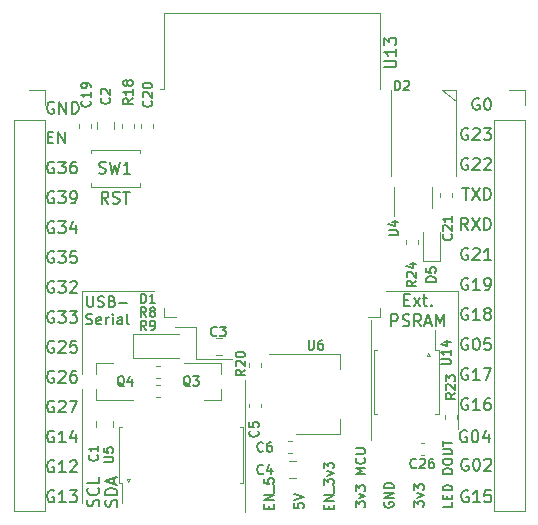
<source format=gbr>
G04 #@! TF.GenerationSoftware,KiCad,Pcbnew,(5.1.8)-1*
G04 #@! TF.CreationDate,2021-08-04T08:43:16+02:00*
G04 #@! TF.ProjectId,SuperPower-uC-KiCad,53757065-7250-46f7-9765-722d75432d4b,rev?*
G04 #@! TF.SameCoordinates,Original*
G04 #@! TF.FileFunction,Legend,Top*
G04 #@! TF.FilePolarity,Positive*
%FSLAX46Y46*%
G04 Gerber Fmt 4.6, Leading zero omitted, Abs format (unit mm)*
G04 Created by KiCad (PCBNEW (5.1.8)-1) date 2021-08-04 08:43:16*
%MOMM*%
%LPD*%
G01*
G04 APERTURE LIST*
%ADD10C,0.150000*%
%ADD11C,0.120000*%
%ADD12C,0.200000*%
G04 APERTURE END LIST*
D10*
X148380457Y-115703190D02*
X148380457Y-115436523D01*
X148799504Y-115322238D02*
X148799504Y-115703190D01*
X147999504Y-115703190D01*
X147999504Y-115322238D01*
X148799504Y-114979380D02*
X147999504Y-114979380D01*
X148799504Y-114522238D01*
X147999504Y-114522238D01*
X148875695Y-114331761D02*
X148875695Y-113722238D01*
X147999504Y-113150809D02*
X147999504Y-113531761D01*
X148380457Y-113569857D01*
X148342361Y-113531761D01*
X148304266Y-113455571D01*
X148304266Y-113265095D01*
X148342361Y-113188904D01*
X148380457Y-113150809D01*
X148456647Y-113112714D01*
X148647123Y-113112714D01*
X148723314Y-113150809D01*
X148761409Y-113188904D01*
X148799504Y-113265095D01*
X148799504Y-113455571D01*
X148761409Y-113531761D01*
X148723314Y-113569857D01*
X153460457Y-115753904D02*
X153460457Y-115487238D01*
X153879504Y-115372952D02*
X153879504Y-115753904D01*
X153079504Y-115753904D01*
X153079504Y-115372952D01*
X153879504Y-115030095D02*
X153079504Y-115030095D01*
X153879504Y-114572952D01*
X153079504Y-114572952D01*
X153955695Y-114382476D02*
X153955695Y-113772952D01*
X153079504Y-113658666D02*
X153079504Y-113163428D01*
X153384266Y-113430095D01*
X153384266Y-113315809D01*
X153422361Y-113239619D01*
X153460457Y-113201523D01*
X153536647Y-113163428D01*
X153727123Y-113163428D01*
X153803314Y-113201523D01*
X153841409Y-113239619D01*
X153879504Y-113315809D01*
X153879504Y-113544380D01*
X153841409Y-113620571D01*
X153803314Y-113658666D01*
X153346171Y-112896761D02*
X153879504Y-112706285D01*
X153346171Y-112515809D01*
X153079504Y-112287238D02*
X153079504Y-111792000D01*
X153384266Y-112058666D01*
X153384266Y-111944380D01*
X153422361Y-111868190D01*
X153460457Y-111830095D01*
X153536647Y-111792000D01*
X153727123Y-111792000D01*
X153803314Y-111830095D01*
X153841409Y-111868190D01*
X153879504Y-111944380D01*
X153879504Y-112172952D01*
X153841409Y-112249142D01*
X153803314Y-112287238D01*
X150539504Y-115214380D02*
X150539504Y-115595333D01*
X150920457Y-115633428D01*
X150882361Y-115595333D01*
X150844266Y-115519142D01*
X150844266Y-115328666D01*
X150882361Y-115252476D01*
X150920457Y-115214380D01*
X150996647Y-115176285D01*
X151187123Y-115176285D01*
X151263314Y-115214380D01*
X151301409Y-115252476D01*
X151339504Y-115328666D01*
X151339504Y-115519142D01*
X151301409Y-115595333D01*
X151263314Y-115633428D01*
X150539504Y-114947714D02*
X151339504Y-114681047D01*
X150539504Y-114414380D01*
D11*
X142214600Y-100330000D02*
X142214600Y-102997000D01*
X140436600Y-100330000D02*
X142214600Y-100330000D01*
X132562600Y-97282000D02*
X138658600Y-97282000D01*
X132562600Y-104267000D02*
X132562600Y-97282000D01*
X132562600Y-115189000D02*
X132562600Y-105537000D01*
D10*
X133028742Y-97690142D02*
X133028742Y-98418714D01*
X133071600Y-98504428D01*
X133114457Y-98547285D01*
X133200171Y-98590142D01*
X133371600Y-98590142D01*
X133457314Y-98547285D01*
X133500171Y-98504428D01*
X133543028Y-98418714D01*
X133543028Y-97690142D01*
X133928742Y-98547285D02*
X134057314Y-98590142D01*
X134271600Y-98590142D01*
X134357314Y-98547285D01*
X134400171Y-98504428D01*
X134443028Y-98418714D01*
X134443028Y-98333000D01*
X134400171Y-98247285D01*
X134357314Y-98204428D01*
X134271600Y-98161571D01*
X134100171Y-98118714D01*
X134014457Y-98075857D01*
X133971600Y-98033000D01*
X133928742Y-97947285D01*
X133928742Y-97861571D01*
X133971600Y-97775857D01*
X134014457Y-97733000D01*
X134100171Y-97690142D01*
X134314457Y-97690142D01*
X134443028Y-97733000D01*
X135128742Y-98118714D02*
X135257314Y-98161571D01*
X135300171Y-98204428D01*
X135343028Y-98290142D01*
X135343028Y-98418714D01*
X135300171Y-98504428D01*
X135257314Y-98547285D01*
X135171600Y-98590142D01*
X134828742Y-98590142D01*
X134828742Y-97690142D01*
X135128742Y-97690142D01*
X135214457Y-97733000D01*
X135257314Y-97775857D01*
X135300171Y-97861571D01*
X135300171Y-97947285D01*
X135257314Y-98033000D01*
X135214457Y-98075857D01*
X135128742Y-98118714D01*
X134828742Y-98118714D01*
X135728742Y-98247285D02*
X136414457Y-98247285D01*
X132943028Y-100047285D02*
X133071600Y-100090142D01*
X133285885Y-100090142D01*
X133371600Y-100047285D01*
X133414457Y-100004428D01*
X133457314Y-99918714D01*
X133457314Y-99833000D01*
X133414457Y-99747285D01*
X133371600Y-99704428D01*
X133285885Y-99661571D01*
X133114457Y-99618714D01*
X133028742Y-99575857D01*
X132985885Y-99533000D01*
X132943028Y-99447285D01*
X132943028Y-99361571D01*
X132985885Y-99275857D01*
X133028742Y-99233000D01*
X133114457Y-99190142D01*
X133328742Y-99190142D01*
X133457314Y-99233000D01*
X134185885Y-100047285D02*
X134100171Y-100090142D01*
X133928742Y-100090142D01*
X133843028Y-100047285D01*
X133800171Y-99961571D01*
X133800171Y-99618714D01*
X133843028Y-99533000D01*
X133928742Y-99490142D01*
X134100171Y-99490142D01*
X134185885Y-99533000D01*
X134228742Y-99618714D01*
X134228742Y-99704428D01*
X133800171Y-99790142D01*
X134614457Y-100090142D02*
X134614457Y-99490142D01*
X134614457Y-99661571D02*
X134657314Y-99575857D01*
X134700171Y-99533000D01*
X134785885Y-99490142D01*
X134871600Y-99490142D01*
X135171600Y-100090142D02*
X135171600Y-99490142D01*
X135171600Y-99190142D02*
X135128742Y-99233000D01*
X135171600Y-99275857D01*
X135214457Y-99233000D01*
X135171600Y-99190142D01*
X135171600Y-99275857D01*
X135985885Y-100090142D02*
X135985885Y-99618714D01*
X135943028Y-99533000D01*
X135857314Y-99490142D01*
X135685885Y-99490142D01*
X135600171Y-99533000D01*
X135985885Y-100047285D02*
X135900171Y-100090142D01*
X135685885Y-100090142D01*
X135600171Y-100047285D01*
X135557314Y-99961571D01*
X135557314Y-99875857D01*
X135600171Y-99790142D01*
X135685885Y-99747285D01*
X135900171Y-99747285D01*
X135985885Y-99704428D01*
X136543028Y-100090142D02*
X136457314Y-100047285D01*
X136414457Y-99961571D01*
X136414457Y-99190142D01*
X134808980Y-89860380D02*
X134475647Y-89384190D01*
X134237552Y-89860380D02*
X134237552Y-88860380D01*
X134618504Y-88860380D01*
X134713742Y-88908000D01*
X134761361Y-88955619D01*
X134808980Y-89050857D01*
X134808980Y-89193714D01*
X134761361Y-89288952D01*
X134713742Y-89336571D01*
X134618504Y-89384190D01*
X134237552Y-89384190D01*
X135189933Y-89812761D02*
X135332790Y-89860380D01*
X135570885Y-89860380D01*
X135666123Y-89812761D01*
X135713742Y-89765142D01*
X135761361Y-89669904D01*
X135761361Y-89574666D01*
X135713742Y-89479428D01*
X135666123Y-89431809D01*
X135570885Y-89384190D01*
X135380409Y-89336571D01*
X135285171Y-89288952D01*
X135237552Y-89241333D01*
X135189933Y-89146095D01*
X135189933Y-89050857D01*
X135237552Y-88955619D01*
X135285171Y-88908000D01*
X135380409Y-88860380D01*
X135618504Y-88860380D01*
X135761361Y-88908000D01*
X136047076Y-88860380D02*
X136618504Y-88860380D01*
X136332790Y-89860380D02*
X136332790Y-88860380D01*
X155746504Y-115563333D02*
X155746504Y-115068095D01*
X156051266Y-115334761D01*
X156051266Y-115220476D01*
X156089361Y-115144285D01*
X156127457Y-115106190D01*
X156203647Y-115068095D01*
X156394123Y-115068095D01*
X156470314Y-115106190D01*
X156508409Y-115144285D01*
X156546504Y-115220476D01*
X156546504Y-115449047D01*
X156508409Y-115525238D01*
X156470314Y-115563333D01*
X156013171Y-114801428D02*
X156546504Y-114610952D01*
X156013171Y-114420476D01*
X155746504Y-114191904D02*
X155746504Y-113696666D01*
X156051266Y-113963333D01*
X156051266Y-113849047D01*
X156089361Y-113772857D01*
X156127457Y-113734761D01*
X156203647Y-113696666D01*
X156394123Y-113696666D01*
X156470314Y-113734761D01*
X156508409Y-113772857D01*
X156546504Y-113849047D01*
X156546504Y-114077619D01*
X156508409Y-114153809D01*
X156470314Y-114191904D01*
X156546504Y-112744285D02*
X155746504Y-112744285D01*
X156317933Y-112477619D01*
X155746504Y-112210952D01*
X156546504Y-112210952D01*
X156470314Y-111372857D02*
X156508409Y-111410952D01*
X156546504Y-111525238D01*
X156546504Y-111601428D01*
X156508409Y-111715714D01*
X156432219Y-111791904D01*
X156356028Y-111830000D01*
X156203647Y-111868095D01*
X156089361Y-111868095D01*
X155936980Y-111830000D01*
X155860790Y-111791904D01*
X155784600Y-111715714D01*
X155746504Y-111601428D01*
X155746504Y-111525238D01*
X155784600Y-111410952D01*
X155822695Y-111372857D01*
X155746504Y-111030000D02*
X156394123Y-111030000D01*
X156470314Y-110991904D01*
X156508409Y-110953809D01*
X156546504Y-110877619D01*
X156546504Y-110725238D01*
X156508409Y-110649047D01*
X156470314Y-110610952D01*
X156394123Y-110572857D01*
X155746504Y-110572857D01*
X158197600Y-115163523D02*
X158159504Y-115239714D01*
X158159504Y-115354000D01*
X158197600Y-115468285D01*
X158273790Y-115544476D01*
X158349980Y-115582571D01*
X158502361Y-115620666D01*
X158616647Y-115620666D01*
X158769028Y-115582571D01*
X158845219Y-115544476D01*
X158921409Y-115468285D01*
X158959504Y-115354000D01*
X158959504Y-115277809D01*
X158921409Y-115163523D01*
X158883314Y-115125428D01*
X158616647Y-115125428D01*
X158616647Y-115277809D01*
X158959504Y-114782571D02*
X158159504Y-114782571D01*
X158959504Y-114325428D01*
X158159504Y-114325428D01*
X158959504Y-113944476D02*
X158159504Y-113944476D01*
X158159504Y-113754000D01*
X158197600Y-113639714D01*
X158273790Y-113563523D01*
X158349980Y-113525428D01*
X158502361Y-113487333D01*
X158616647Y-113487333D01*
X158769028Y-113525428D01*
X158845219Y-113563523D01*
X158921409Y-113639714D01*
X158959504Y-113754000D01*
X158959504Y-113944476D01*
X160699504Y-115506380D02*
X160699504Y-115011142D01*
X161004266Y-115277809D01*
X161004266Y-115163523D01*
X161042361Y-115087333D01*
X161080457Y-115049238D01*
X161156647Y-115011142D01*
X161347123Y-115011142D01*
X161423314Y-115049238D01*
X161461409Y-115087333D01*
X161499504Y-115163523D01*
X161499504Y-115392095D01*
X161461409Y-115468285D01*
X161423314Y-115506380D01*
X160966171Y-114744476D02*
X161499504Y-114554000D01*
X160966171Y-114363523D01*
X160699504Y-114134952D02*
X160699504Y-113639714D01*
X161004266Y-113906380D01*
X161004266Y-113792095D01*
X161042361Y-113715904D01*
X161080457Y-113677809D01*
X161156647Y-113639714D01*
X161347123Y-113639714D01*
X161423314Y-113677809D01*
X161461409Y-113715904D01*
X161499504Y-113792095D01*
X161499504Y-114020666D01*
X161461409Y-114096857D01*
X161423314Y-114134952D01*
X163912504Y-115137904D02*
X163912504Y-115518857D01*
X163112504Y-115518857D01*
X163493457Y-114871238D02*
X163493457Y-114604571D01*
X163912504Y-114490285D02*
X163912504Y-114871238D01*
X163112504Y-114871238D01*
X163112504Y-114490285D01*
X163912504Y-114147428D02*
X163112504Y-114147428D01*
X163112504Y-113956952D01*
X163150600Y-113842666D01*
X163226790Y-113766476D01*
X163302980Y-113728380D01*
X163455361Y-113690285D01*
X163569647Y-113690285D01*
X163722028Y-113728380D01*
X163798219Y-113766476D01*
X163874409Y-113842666D01*
X163912504Y-113956952D01*
X163912504Y-114147428D01*
X163912504Y-112737904D02*
X163112504Y-112737904D01*
X163112504Y-112547428D01*
X163150600Y-112433142D01*
X163226790Y-112356952D01*
X163302980Y-112318857D01*
X163455361Y-112280761D01*
X163569647Y-112280761D01*
X163722028Y-112318857D01*
X163798219Y-112356952D01*
X163874409Y-112433142D01*
X163912504Y-112547428D01*
X163912504Y-112737904D01*
X163112504Y-111785523D02*
X163112504Y-111633142D01*
X163150600Y-111556952D01*
X163226790Y-111480761D01*
X163379171Y-111442666D01*
X163645838Y-111442666D01*
X163798219Y-111480761D01*
X163874409Y-111556952D01*
X163912504Y-111633142D01*
X163912504Y-111785523D01*
X163874409Y-111861714D01*
X163798219Y-111937904D01*
X163645838Y-111976000D01*
X163379171Y-111976000D01*
X163226790Y-111937904D01*
X163150600Y-111861714D01*
X163112504Y-111785523D01*
X163112504Y-111099809D02*
X163760123Y-111099809D01*
X163836314Y-111061714D01*
X163874409Y-111023619D01*
X163912504Y-110947428D01*
X163912504Y-110795047D01*
X163874409Y-110718857D01*
X163836314Y-110680761D01*
X163760123Y-110642666D01*
X163112504Y-110642666D01*
X163112504Y-110376000D02*
X163112504Y-109918857D01*
X163912504Y-110147428D02*
X163112504Y-110147428D01*
D11*
X163067600Y-80207000D02*
X164210600Y-81153000D01*
D12*
X159867742Y-98011571D02*
X160201076Y-98011571D01*
X160343933Y-98535380D02*
X159867742Y-98535380D01*
X159867742Y-97535380D01*
X160343933Y-97535380D01*
X160677266Y-98535380D02*
X161201076Y-97868714D01*
X160677266Y-97868714D02*
X161201076Y-98535380D01*
X161439171Y-97868714D02*
X161820123Y-97868714D01*
X161582028Y-97535380D02*
X161582028Y-98392523D01*
X161629647Y-98487761D01*
X161724885Y-98535380D01*
X161820123Y-98535380D01*
X162153457Y-98440142D02*
X162201076Y-98487761D01*
X162153457Y-98535380D01*
X162105838Y-98487761D01*
X162153457Y-98440142D01*
X162153457Y-98535380D01*
X158772504Y-100235380D02*
X158772504Y-99235380D01*
X159153457Y-99235380D01*
X159248695Y-99283000D01*
X159296314Y-99330619D01*
X159343933Y-99425857D01*
X159343933Y-99568714D01*
X159296314Y-99663952D01*
X159248695Y-99711571D01*
X159153457Y-99759190D01*
X158772504Y-99759190D01*
X159724885Y-100187761D02*
X159867742Y-100235380D01*
X160105838Y-100235380D01*
X160201076Y-100187761D01*
X160248695Y-100140142D01*
X160296314Y-100044904D01*
X160296314Y-99949666D01*
X160248695Y-99854428D01*
X160201076Y-99806809D01*
X160105838Y-99759190D01*
X159915361Y-99711571D01*
X159820123Y-99663952D01*
X159772504Y-99616333D01*
X159724885Y-99521095D01*
X159724885Y-99425857D01*
X159772504Y-99330619D01*
X159820123Y-99283000D01*
X159915361Y-99235380D01*
X160153457Y-99235380D01*
X160296314Y-99283000D01*
X161296314Y-100235380D02*
X160962980Y-99759190D01*
X160724885Y-100235380D02*
X160724885Y-99235380D01*
X161105838Y-99235380D01*
X161201076Y-99283000D01*
X161248695Y-99330619D01*
X161296314Y-99425857D01*
X161296314Y-99568714D01*
X161248695Y-99663952D01*
X161201076Y-99711571D01*
X161105838Y-99759190D01*
X160724885Y-99759190D01*
X161677266Y-99949666D02*
X162153457Y-99949666D01*
X161582028Y-100235380D02*
X161915361Y-99235380D01*
X162248695Y-100235380D01*
X162582028Y-100235380D02*
X162582028Y-99235380D01*
X162915361Y-99949666D01*
X163248695Y-99235380D01*
X163248695Y-100235380D01*
D11*
X164439600Y-97282000D02*
X164439600Y-108966000D01*
X158343600Y-97282000D02*
X164439600Y-97282000D01*
X157073600Y-109855000D02*
X157073600Y-99695000D01*
X145262600Y-102997000D02*
X142214600Y-102997000D01*
X146405600Y-104775000D02*
X146405600Y-115951000D01*
X136372600Y-113157000D02*
X136499600Y-113411000D01*
X136626600Y-113157000D02*
X136372600Y-113157000D01*
X136499600Y-113411000D02*
X136626600Y-113157000D01*
X162026600Y-102743000D02*
X161899600Y-102489000D01*
X161772600Y-102743000D02*
X162026600Y-102743000D01*
X161899600Y-102489000D02*
X161772600Y-102743000D01*
D10*
X135507361Y-115514285D02*
X135554980Y-115371428D01*
X135554980Y-115133333D01*
X135507361Y-115038095D01*
X135459742Y-114990476D01*
X135364504Y-114942857D01*
X135269266Y-114942857D01*
X135174028Y-114990476D01*
X135126409Y-115038095D01*
X135078790Y-115133333D01*
X135031171Y-115323809D01*
X134983552Y-115419047D01*
X134935933Y-115466666D01*
X134840695Y-115514285D01*
X134745457Y-115514285D01*
X134650219Y-115466666D01*
X134602600Y-115419047D01*
X134554980Y-115323809D01*
X134554980Y-115085714D01*
X134602600Y-114942857D01*
X135554980Y-114514285D02*
X134554980Y-114514285D01*
X134554980Y-114276190D01*
X134602600Y-114133333D01*
X134697838Y-114038095D01*
X134793076Y-113990476D01*
X134983552Y-113942857D01*
X135126409Y-113942857D01*
X135316885Y-113990476D01*
X135412123Y-114038095D01*
X135507361Y-114133333D01*
X135554980Y-114276190D01*
X135554980Y-114514285D01*
X135269266Y-113561904D02*
X135269266Y-113085714D01*
X135554980Y-113657142D02*
X134554980Y-113323809D01*
X135554980Y-112990476D01*
X133983361Y-115490476D02*
X134030980Y-115347619D01*
X134030980Y-115109523D01*
X133983361Y-115014285D01*
X133935742Y-114966666D01*
X133840504Y-114919047D01*
X133745266Y-114919047D01*
X133650028Y-114966666D01*
X133602409Y-115014285D01*
X133554790Y-115109523D01*
X133507171Y-115300000D01*
X133459552Y-115395238D01*
X133411933Y-115442857D01*
X133316695Y-115490476D01*
X133221457Y-115490476D01*
X133126219Y-115442857D01*
X133078600Y-115395238D01*
X133030980Y-115300000D01*
X133030980Y-115061904D01*
X133078600Y-114919047D01*
X133935742Y-113919047D02*
X133983361Y-113966666D01*
X134030980Y-114109523D01*
X134030980Y-114204761D01*
X133983361Y-114347619D01*
X133888123Y-114442857D01*
X133792885Y-114490476D01*
X133602409Y-114538095D01*
X133459552Y-114538095D01*
X133269076Y-114490476D01*
X133173838Y-114442857D01*
X133078600Y-114347619D01*
X133030980Y-114204761D01*
X133030980Y-114109523D01*
X133078600Y-113966666D01*
X133126219Y-113919047D01*
X134030980Y-113014285D02*
X134030980Y-113490476D01*
X133030980Y-113490476D01*
X165273123Y-114181000D02*
X165177885Y-114133380D01*
X165035028Y-114133380D01*
X164892171Y-114181000D01*
X164796933Y-114276238D01*
X164749314Y-114371476D01*
X164701695Y-114561952D01*
X164701695Y-114704809D01*
X164749314Y-114895285D01*
X164796933Y-114990523D01*
X164892171Y-115085761D01*
X165035028Y-115133380D01*
X165130266Y-115133380D01*
X165273123Y-115085761D01*
X165320742Y-115038142D01*
X165320742Y-114704809D01*
X165130266Y-114704809D01*
X166273123Y-115133380D02*
X165701695Y-115133380D01*
X165987409Y-115133380D02*
X165987409Y-114133380D01*
X165892171Y-114276238D01*
X165796933Y-114371476D01*
X165701695Y-114419095D01*
X167177885Y-114133380D02*
X166701695Y-114133380D01*
X166654076Y-114609571D01*
X166701695Y-114561952D01*
X166796933Y-114514333D01*
X167035028Y-114514333D01*
X167130266Y-114561952D01*
X167177885Y-114609571D01*
X167225504Y-114704809D01*
X167225504Y-114942904D01*
X167177885Y-115038142D01*
X167130266Y-115085761D01*
X167035028Y-115133380D01*
X166796933Y-115133380D01*
X166701695Y-115085761D01*
X166654076Y-115038142D01*
X165273123Y-111514000D02*
X165177885Y-111466380D01*
X165035028Y-111466380D01*
X164892171Y-111514000D01*
X164796933Y-111609238D01*
X164749314Y-111704476D01*
X164701695Y-111894952D01*
X164701695Y-112037809D01*
X164749314Y-112228285D01*
X164796933Y-112323523D01*
X164892171Y-112418761D01*
X165035028Y-112466380D01*
X165130266Y-112466380D01*
X165273123Y-112418761D01*
X165320742Y-112371142D01*
X165320742Y-112037809D01*
X165130266Y-112037809D01*
X165939790Y-111466380D02*
X166035028Y-111466380D01*
X166130266Y-111514000D01*
X166177885Y-111561619D01*
X166225504Y-111656857D01*
X166273123Y-111847333D01*
X166273123Y-112085428D01*
X166225504Y-112275904D01*
X166177885Y-112371142D01*
X166130266Y-112418761D01*
X166035028Y-112466380D01*
X165939790Y-112466380D01*
X165844552Y-112418761D01*
X165796933Y-112371142D01*
X165749314Y-112275904D01*
X165701695Y-112085428D01*
X165701695Y-111847333D01*
X165749314Y-111656857D01*
X165796933Y-111561619D01*
X165844552Y-111514000D01*
X165939790Y-111466380D01*
X166654076Y-111561619D02*
X166701695Y-111514000D01*
X166796933Y-111466380D01*
X167035028Y-111466380D01*
X167130266Y-111514000D01*
X167177885Y-111561619D01*
X167225504Y-111656857D01*
X167225504Y-111752095D01*
X167177885Y-111894952D01*
X166606457Y-112466380D01*
X167225504Y-112466380D01*
X165146123Y-109101000D02*
X165050885Y-109053380D01*
X164908028Y-109053380D01*
X164765171Y-109101000D01*
X164669933Y-109196238D01*
X164622314Y-109291476D01*
X164574695Y-109481952D01*
X164574695Y-109624809D01*
X164622314Y-109815285D01*
X164669933Y-109910523D01*
X164765171Y-110005761D01*
X164908028Y-110053380D01*
X165003266Y-110053380D01*
X165146123Y-110005761D01*
X165193742Y-109958142D01*
X165193742Y-109624809D01*
X165003266Y-109624809D01*
X165812790Y-109053380D02*
X165908028Y-109053380D01*
X166003266Y-109101000D01*
X166050885Y-109148619D01*
X166098504Y-109243857D01*
X166146123Y-109434333D01*
X166146123Y-109672428D01*
X166098504Y-109862904D01*
X166050885Y-109958142D01*
X166003266Y-110005761D01*
X165908028Y-110053380D01*
X165812790Y-110053380D01*
X165717552Y-110005761D01*
X165669933Y-109958142D01*
X165622314Y-109862904D01*
X165574695Y-109672428D01*
X165574695Y-109434333D01*
X165622314Y-109243857D01*
X165669933Y-109148619D01*
X165717552Y-109101000D01*
X165812790Y-109053380D01*
X167003266Y-109386714D02*
X167003266Y-110053380D01*
X166765171Y-109005761D02*
X166527076Y-109720047D01*
X167146123Y-109720047D01*
X165254133Y-106383200D02*
X165158895Y-106335580D01*
X165016038Y-106335580D01*
X164873181Y-106383200D01*
X164777943Y-106478438D01*
X164730324Y-106573676D01*
X164682705Y-106764152D01*
X164682705Y-106907009D01*
X164730324Y-107097485D01*
X164777943Y-107192723D01*
X164873181Y-107287961D01*
X165016038Y-107335580D01*
X165111276Y-107335580D01*
X165254133Y-107287961D01*
X165301752Y-107240342D01*
X165301752Y-106907009D01*
X165111276Y-106907009D01*
X166254133Y-107335580D02*
X165682705Y-107335580D01*
X165968419Y-107335580D02*
X165968419Y-106335580D01*
X165873181Y-106478438D01*
X165777943Y-106573676D01*
X165682705Y-106621295D01*
X167111276Y-106335580D02*
X166920800Y-106335580D01*
X166825562Y-106383200D01*
X166777943Y-106430819D01*
X166682705Y-106573676D01*
X166635086Y-106764152D01*
X166635086Y-107145104D01*
X166682705Y-107240342D01*
X166730324Y-107287961D01*
X166825562Y-107335580D01*
X167016038Y-107335580D01*
X167111276Y-107287961D01*
X167158895Y-107240342D01*
X167206514Y-107145104D01*
X167206514Y-106907009D01*
X167158895Y-106811771D01*
X167111276Y-106764152D01*
X167016038Y-106716533D01*
X166825562Y-106716533D01*
X166730324Y-106764152D01*
X166682705Y-106811771D01*
X166635086Y-106907009D01*
X165254133Y-103843200D02*
X165158895Y-103795580D01*
X165016038Y-103795580D01*
X164873181Y-103843200D01*
X164777943Y-103938438D01*
X164730324Y-104033676D01*
X164682705Y-104224152D01*
X164682705Y-104367009D01*
X164730324Y-104557485D01*
X164777943Y-104652723D01*
X164873181Y-104747961D01*
X165016038Y-104795580D01*
X165111276Y-104795580D01*
X165254133Y-104747961D01*
X165301752Y-104700342D01*
X165301752Y-104367009D01*
X165111276Y-104367009D01*
X166254133Y-104795580D02*
X165682705Y-104795580D01*
X165968419Y-104795580D02*
X165968419Y-103795580D01*
X165873181Y-103938438D01*
X165777943Y-104033676D01*
X165682705Y-104081295D01*
X166587467Y-103795580D02*
X167254133Y-103795580D01*
X166825562Y-104795580D01*
X165254133Y-101303200D02*
X165158895Y-101255580D01*
X165016038Y-101255580D01*
X164873181Y-101303200D01*
X164777943Y-101398438D01*
X164730324Y-101493676D01*
X164682705Y-101684152D01*
X164682705Y-101827009D01*
X164730324Y-102017485D01*
X164777943Y-102112723D01*
X164873181Y-102207961D01*
X165016038Y-102255580D01*
X165111276Y-102255580D01*
X165254133Y-102207961D01*
X165301752Y-102160342D01*
X165301752Y-101827009D01*
X165111276Y-101827009D01*
X165920800Y-101255580D02*
X166016038Y-101255580D01*
X166111276Y-101303200D01*
X166158895Y-101350819D01*
X166206514Y-101446057D01*
X166254133Y-101636533D01*
X166254133Y-101874628D01*
X166206514Y-102065104D01*
X166158895Y-102160342D01*
X166111276Y-102207961D01*
X166016038Y-102255580D01*
X165920800Y-102255580D01*
X165825562Y-102207961D01*
X165777943Y-102160342D01*
X165730324Y-102065104D01*
X165682705Y-101874628D01*
X165682705Y-101636533D01*
X165730324Y-101446057D01*
X165777943Y-101350819D01*
X165825562Y-101303200D01*
X165920800Y-101255580D01*
X167158895Y-101255580D02*
X166682705Y-101255580D01*
X166635086Y-101731771D01*
X166682705Y-101684152D01*
X166777943Y-101636533D01*
X167016038Y-101636533D01*
X167111276Y-101684152D01*
X167158895Y-101731771D01*
X167206514Y-101827009D01*
X167206514Y-102065104D01*
X167158895Y-102160342D01*
X167111276Y-102207961D01*
X167016038Y-102255580D01*
X166777943Y-102255580D01*
X166682705Y-102207961D01*
X166635086Y-102160342D01*
X165254133Y-98763200D02*
X165158895Y-98715580D01*
X165016038Y-98715580D01*
X164873181Y-98763200D01*
X164777943Y-98858438D01*
X164730324Y-98953676D01*
X164682705Y-99144152D01*
X164682705Y-99287009D01*
X164730324Y-99477485D01*
X164777943Y-99572723D01*
X164873181Y-99667961D01*
X165016038Y-99715580D01*
X165111276Y-99715580D01*
X165254133Y-99667961D01*
X165301752Y-99620342D01*
X165301752Y-99287009D01*
X165111276Y-99287009D01*
X166254133Y-99715580D02*
X165682705Y-99715580D01*
X165968419Y-99715580D02*
X165968419Y-98715580D01*
X165873181Y-98858438D01*
X165777943Y-98953676D01*
X165682705Y-99001295D01*
X166825562Y-99144152D02*
X166730324Y-99096533D01*
X166682705Y-99048914D01*
X166635086Y-98953676D01*
X166635086Y-98906057D01*
X166682705Y-98810819D01*
X166730324Y-98763200D01*
X166825562Y-98715580D01*
X167016038Y-98715580D01*
X167111276Y-98763200D01*
X167158895Y-98810819D01*
X167206514Y-98906057D01*
X167206514Y-98953676D01*
X167158895Y-99048914D01*
X167111276Y-99096533D01*
X167016038Y-99144152D01*
X166825562Y-99144152D01*
X166730324Y-99191771D01*
X166682705Y-99239390D01*
X166635086Y-99334628D01*
X166635086Y-99525104D01*
X166682705Y-99620342D01*
X166730324Y-99667961D01*
X166825562Y-99715580D01*
X167016038Y-99715580D01*
X167111276Y-99667961D01*
X167158895Y-99620342D01*
X167206514Y-99525104D01*
X167206514Y-99334628D01*
X167158895Y-99239390D01*
X167111276Y-99191771D01*
X167016038Y-99144152D01*
X165254133Y-96223200D02*
X165158895Y-96175580D01*
X165016038Y-96175580D01*
X164873181Y-96223200D01*
X164777943Y-96318438D01*
X164730324Y-96413676D01*
X164682705Y-96604152D01*
X164682705Y-96747009D01*
X164730324Y-96937485D01*
X164777943Y-97032723D01*
X164873181Y-97127961D01*
X165016038Y-97175580D01*
X165111276Y-97175580D01*
X165254133Y-97127961D01*
X165301752Y-97080342D01*
X165301752Y-96747009D01*
X165111276Y-96747009D01*
X166254133Y-97175580D02*
X165682705Y-97175580D01*
X165968419Y-97175580D02*
X165968419Y-96175580D01*
X165873181Y-96318438D01*
X165777943Y-96413676D01*
X165682705Y-96461295D01*
X166730324Y-97175580D02*
X166920800Y-97175580D01*
X167016038Y-97127961D01*
X167063657Y-97080342D01*
X167158895Y-96937485D01*
X167206514Y-96747009D01*
X167206514Y-96366057D01*
X167158895Y-96270819D01*
X167111276Y-96223200D01*
X167016038Y-96175580D01*
X166825562Y-96175580D01*
X166730324Y-96223200D01*
X166682705Y-96270819D01*
X166635086Y-96366057D01*
X166635086Y-96604152D01*
X166682705Y-96699390D01*
X166730324Y-96747009D01*
X166825562Y-96794628D01*
X167016038Y-96794628D01*
X167111276Y-96747009D01*
X167158895Y-96699390D01*
X167206514Y-96604152D01*
X165254133Y-93683200D02*
X165158895Y-93635580D01*
X165016038Y-93635580D01*
X164873181Y-93683200D01*
X164777943Y-93778438D01*
X164730324Y-93873676D01*
X164682705Y-94064152D01*
X164682705Y-94207009D01*
X164730324Y-94397485D01*
X164777943Y-94492723D01*
X164873181Y-94587961D01*
X165016038Y-94635580D01*
X165111276Y-94635580D01*
X165254133Y-94587961D01*
X165301752Y-94540342D01*
X165301752Y-94207009D01*
X165111276Y-94207009D01*
X165682705Y-93730819D02*
X165730324Y-93683200D01*
X165825562Y-93635580D01*
X166063657Y-93635580D01*
X166158895Y-93683200D01*
X166206514Y-93730819D01*
X166254133Y-93826057D01*
X166254133Y-93921295D01*
X166206514Y-94064152D01*
X165635086Y-94635580D01*
X166254133Y-94635580D01*
X167206514Y-94635580D02*
X166635086Y-94635580D01*
X166920800Y-94635580D02*
X166920800Y-93635580D01*
X166825562Y-93778438D01*
X166730324Y-93873676D01*
X166635086Y-93921295D01*
X165254133Y-92095580D02*
X164920800Y-91619390D01*
X164682704Y-92095580D02*
X164682704Y-91095580D01*
X165063657Y-91095580D01*
X165158895Y-91143200D01*
X165206514Y-91190819D01*
X165254133Y-91286057D01*
X165254133Y-91428914D01*
X165206514Y-91524152D01*
X165158895Y-91571771D01*
X165063657Y-91619390D01*
X164682704Y-91619390D01*
X165587466Y-91095580D02*
X166254133Y-92095580D01*
X166254133Y-91095580D02*
X165587466Y-92095580D01*
X166635085Y-92095580D02*
X166635085Y-91095580D01*
X166873180Y-91095580D01*
X167016038Y-91143200D01*
X167111276Y-91238438D01*
X167158895Y-91333676D01*
X167206514Y-91524152D01*
X167206514Y-91667009D01*
X167158895Y-91857485D01*
X167111276Y-91952723D01*
X167016038Y-92047961D01*
X166873180Y-92095580D01*
X166635085Y-92095580D01*
X165254133Y-86063200D02*
X165158895Y-86015580D01*
X165016038Y-86015580D01*
X164873181Y-86063200D01*
X164777943Y-86158438D01*
X164730324Y-86253676D01*
X164682705Y-86444152D01*
X164682705Y-86587009D01*
X164730324Y-86777485D01*
X164777943Y-86872723D01*
X164873181Y-86967961D01*
X165016038Y-87015580D01*
X165111276Y-87015580D01*
X165254133Y-86967961D01*
X165301752Y-86920342D01*
X165301752Y-86587009D01*
X165111276Y-86587009D01*
X165682705Y-86110819D02*
X165730324Y-86063200D01*
X165825562Y-86015580D01*
X166063657Y-86015580D01*
X166158895Y-86063200D01*
X166206514Y-86110819D01*
X166254133Y-86206057D01*
X166254133Y-86301295D01*
X166206514Y-86444152D01*
X165635086Y-87015580D01*
X166254133Y-87015580D01*
X166635086Y-86110819D02*
X166682705Y-86063200D01*
X166777943Y-86015580D01*
X167016038Y-86015580D01*
X167111276Y-86063200D01*
X167158895Y-86110819D01*
X167206514Y-86206057D01*
X167206514Y-86301295D01*
X167158895Y-86444152D01*
X166587467Y-87015580D01*
X167206514Y-87015580D01*
X164777943Y-88555580D02*
X165349371Y-88555580D01*
X165063657Y-89555580D02*
X165063657Y-88555580D01*
X165587467Y-88555580D02*
X166254133Y-89555580D01*
X166254133Y-88555580D02*
X165587467Y-89555580D01*
X166635086Y-89555580D02*
X166635086Y-88555580D01*
X166873181Y-88555580D01*
X167016038Y-88603200D01*
X167111276Y-88698438D01*
X167158895Y-88793676D01*
X167206514Y-88984152D01*
X167206514Y-89127009D01*
X167158895Y-89317485D01*
X167111276Y-89412723D01*
X167016038Y-89507961D01*
X166873181Y-89555580D01*
X166635086Y-89555580D01*
X165254133Y-83523200D02*
X165158895Y-83475580D01*
X165016038Y-83475580D01*
X164873181Y-83523200D01*
X164777943Y-83618438D01*
X164730324Y-83713676D01*
X164682705Y-83904152D01*
X164682705Y-84047009D01*
X164730324Y-84237485D01*
X164777943Y-84332723D01*
X164873181Y-84427961D01*
X165016038Y-84475580D01*
X165111276Y-84475580D01*
X165254133Y-84427961D01*
X165301752Y-84380342D01*
X165301752Y-84047009D01*
X165111276Y-84047009D01*
X165682705Y-83570819D02*
X165730324Y-83523200D01*
X165825562Y-83475580D01*
X166063657Y-83475580D01*
X166158895Y-83523200D01*
X166206514Y-83570819D01*
X166254133Y-83666057D01*
X166254133Y-83761295D01*
X166206514Y-83904152D01*
X165635086Y-84475580D01*
X166254133Y-84475580D01*
X166587467Y-83475580D02*
X167206514Y-83475580D01*
X166873181Y-83856533D01*
X167016038Y-83856533D01*
X167111276Y-83904152D01*
X167158895Y-83951771D01*
X167206514Y-84047009D01*
X167206514Y-84285104D01*
X167158895Y-84380342D01*
X167111276Y-84427961D01*
X167016038Y-84475580D01*
X166730324Y-84475580D01*
X166635086Y-84427961D01*
X166587467Y-84380342D01*
X166206514Y-80983200D02*
X166111276Y-80935580D01*
X165968419Y-80935580D01*
X165825561Y-80983200D01*
X165730323Y-81078438D01*
X165682704Y-81173676D01*
X165635085Y-81364152D01*
X165635085Y-81507009D01*
X165682704Y-81697485D01*
X165730323Y-81792723D01*
X165825561Y-81887961D01*
X165968419Y-81935580D01*
X166063657Y-81935580D01*
X166206514Y-81887961D01*
X166254133Y-81840342D01*
X166254133Y-81507009D01*
X166063657Y-81507009D01*
X166873180Y-80935580D02*
X166968419Y-80935580D01*
X167063657Y-80983200D01*
X167111276Y-81030819D01*
X167158895Y-81126057D01*
X167206514Y-81316533D01*
X167206514Y-81554628D01*
X167158895Y-81745104D01*
X167111276Y-81840342D01*
X167063657Y-81887961D01*
X166968419Y-81935580D01*
X166873180Y-81935580D01*
X166777942Y-81887961D01*
X166730323Y-81840342D01*
X166682704Y-81745104D01*
X166635085Y-81554628D01*
X166635085Y-81316533D01*
X166682704Y-81126057D01*
X166730323Y-81030819D01*
X166777942Y-80983200D01*
X166873180Y-80935580D01*
X130195723Y-114181000D02*
X130100485Y-114133380D01*
X129957628Y-114133380D01*
X129814771Y-114181000D01*
X129719533Y-114276238D01*
X129671914Y-114371476D01*
X129624295Y-114561952D01*
X129624295Y-114704809D01*
X129671914Y-114895285D01*
X129719533Y-114990523D01*
X129814771Y-115085761D01*
X129957628Y-115133380D01*
X130052866Y-115133380D01*
X130195723Y-115085761D01*
X130243342Y-115038142D01*
X130243342Y-114704809D01*
X130052866Y-114704809D01*
X131195723Y-115133380D02*
X130624295Y-115133380D01*
X130910009Y-115133380D02*
X130910009Y-114133380D01*
X130814771Y-114276238D01*
X130719533Y-114371476D01*
X130624295Y-114419095D01*
X131529057Y-114133380D02*
X132148104Y-114133380D01*
X131814771Y-114514333D01*
X131957628Y-114514333D01*
X132052866Y-114561952D01*
X132100485Y-114609571D01*
X132148104Y-114704809D01*
X132148104Y-114942904D01*
X132100485Y-115038142D01*
X132052866Y-115085761D01*
X131957628Y-115133380D01*
X131671914Y-115133380D01*
X131576676Y-115085761D01*
X131529057Y-115038142D01*
X130195723Y-111650760D02*
X130100485Y-111603140D01*
X129957628Y-111603140D01*
X129814771Y-111650760D01*
X129719533Y-111745998D01*
X129671914Y-111841236D01*
X129624295Y-112031712D01*
X129624295Y-112174569D01*
X129671914Y-112365045D01*
X129719533Y-112460283D01*
X129814771Y-112555521D01*
X129957628Y-112603140D01*
X130052866Y-112603140D01*
X130195723Y-112555521D01*
X130243342Y-112507902D01*
X130243342Y-112174569D01*
X130052866Y-112174569D01*
X131195723Y-112603140D02*
X130624295Y-112603140D01*
X130910009Y-112603140D02*
X130910009Y-111603140D01*
X130814771Y-111745998D01*
X130719533Y-111841236D01*
X130624295Y-111888855D01*
X131576676Y-111698379D02*
X131624295Y-111650760D01*
X131719533Y-111603140D01*
X131957628Y-111603140D01*
X132052866Y-111650760D01*
X132100485Y-111698379D01*
X132148104Y-111793617D01*
X132148104Y-111888855D01*
X132100485Y-112031712D01*
X131529057Y-112603140D01*
X132148104Y-112603140D01*
X130195723Y-109120530D02*
X130100485Y-109072910D01*
X129957628Y-109072910D01*
X129814771Y-109120530D01*
X129719533Y-109215768D01*
X129671914Y-109311006D01*
X129624295Y-109501482D01*
X129624295Y-109644339D01*
X129671914Y-109834815D01*
X129719533Y-109930053D01*
X129814771Y-110025291D01*
X129957628Y-110072910D01*
X130052866Y-110072910D01*
X130195723Y-110025291D01*
X130243342Y-109977672D01*
X130243342Y-109644339D01*
X130052866Y-109644339D01*
X131195723Y-110072910D02*
X130624295Y-110072910D01*
X130910009Y-110072910D02*
X130910009Y-109072910D01*
X130814771Y-109215768D01*
X130719533Y-109311006D01*
X130624295Y-109358625D01*
X132052866Y-109406244D02*
X132052866Y-110072910D01*
X131814771Y-109025291D02*
X131576676Y-109739577D01*
X132195723Y-109739577D01*
X130195723Y-106590300D02*
X130100485Y-106542680D01*
X129957628Y-106542680D01*
X129814771Y-106590300D01*
X129719533Y-106685538D01*
X129671914Y-106780776D01*
X129624295Y-106971252D01*
X129624295Y-107114109D01*
X129671914Y-107304585D01*
X129719533Y-107399823D01*
X129814771Y-107495061D01*
X129957628Y-107542680D01*
X130052866Y-107542680D01*
X130195723Y-107495061D01*
X130243342Y-107447442D01*
X130243342Y-107114109D01*
X130052866Y-107114109D01*
X130624295Y-106637919D02*
X130671914Y-106590300D01*
X130767152Y-106542680D01*
X131005247Y-106542680D01*
X131100485Y-106590300D01*
X131148104Y-106637919D01*
X131195723Y-106733157D01*
X131195723Y-106828395D01*
X131148104Y-106971252D01*
X130576676Y-107542680D01*
X131195723Y-107542680D01*
X131529057Y-106542680D02*
X132195723Y-106542680D01*
X131767152Y-107542680D01*
X130195723Y-104060070D02*
X130100485Y-104012450D01*
X129957628Y-104012450D01*
X129814771Y-104060070D01*
X129719533Y-104155308D01*
X129671914Y-104250546D01*
X129624295Y-104441022D01*
X129624295Y-104583879D01*
X129671914Y-104774355D01*
X129719533Y-104869593D01*
X129814771Y-104964831D01*
X129957628Y-105012450D01*
X130052866Y-105012450D01*
X130195723Y-104964831D01*
X130243342Y-104917212D01*
X130243342Y-104583879D01*
X130052866Y-104583879D01*
X130624295Y-104107689D02*
X130671914Y-104060070D01*
X130767152Y-104012450D01*
X131005247Y-104012450D01*
X131100485Y-104060070D01*
X131148104Y-104107689D01*
X131195723Y-104202927D01*
X131195723Y-104298165D01*
X131148104Y-104441022D01*
X130576676Y-105012450D01*
X131195723Y-105012450D01*
X132052866Y-104012450D02*
X131862390Y-104012450D01*
X131767152Y-104060070D01*
X131719533Y-104107689D01*
X131624295Y-104250546D01*
X131576676Y-104441022D01*
X131576676Y-104821974D01*
X131624295Y-104917212D01*
X131671914Y-104964831D01*
X131767152Y-105012450D01*
X131957628Y-105012450D01*
X132052866Y-104964831D01*
X132100485Y-104917212D01*
X132148104Y-104821974D01*
X132148104Y-104583879D01*
X132100485Y-104488641D01*
X132052866Y-104441022D01*
X131957628Y-104393403D01*
X131767152Y-104393403D01*
X131671914Y-104441022D01*
X131624295Y-104488641D01*
X131576676Y-104583879D01*
X130195723Y-101529840D02*
X130100485Y-101482220D01*
X129957628Y-101482220D01*
X129814771Y-101529840D01*
X129719533Y-101625078D01*
X129671914Y-101720316D01*
X129624295Y-101910792D01*
X129624295Y-102053649D01*
X129671914Y-102244125D01*
X129719533Y-102339363D01*
X129814771Y-102434601D01*
X129957628Y-102482220D01*
X130052866Y-102482220D01*
X130195723Y-102434601D01*
X130243342Y-102386982D01*
X130243342Y-102053649D01*
X130052866Y-102053649D01*
X130624295Y-101577459D02*
X130671914Y-101529840D01*
X130767152Y-101482220D01*
X131005247Y-101482220D01*
X131100485Y-101529840D01*
X131148104Y-101577459D01*
X131195723Y-101672697D01*
X131195723Y-101767935D01*
X131148104Y-101910792D01*
X130576676Y-102482220D01*
X131195723Y-102482220D01*
X132100485Y-101482220D02*
X131624295Y-101482220D01*
X131576676Y-101958411D01*
X131624295Y-101910792D01*
X131719533Y-101863173D01*
X131957628Y-101863173D01*
X132052866Y-101910792D01*
X132100485Y-101958411D01*
X132148104Y-102053649D01*
X132148104Y-102291744D01*
X132100485Y-102386982D01*
X132052866Y-102434601D01*
X131957628Y-102482220D01*
X131719533Y-102482220D01*
X131624295Y-102434601D01*
X131576676Y-102386982D01*
X130195723Y-98999610D02*
X130100485Y-98951990D01*
X129957628Y-98951990D01*
X129814771Y-98999610D01*
X129719533Y-99094848D01*
X129671914Y-99190086D01*
X129624295Y-99380562D01*
X129624295Y-99523419D01*
X129671914Y-99713895D01*
X129719533Y-99809133D01*
X129814771Y-99904371D01*
X129957628Y-99951990D01*
X130052866Y-99951990D01*
X130195723Y-99904371D01*
X130243342Y-99856752D01*
X130243342Y-99523419D01*
X130052866Y-99523419D01*
X130576676Y-98951990D02*
X131195723Y-98951990D01*
X130862390Y-99332943D01*
X131005247Y-99332943D01*
X131100485Y-99380562D01*
X131148104Y-99428181D01*
X131195723Y-99523419D01*
X131195723Y-99761514D01*
X131148104Y-99856752D01*
X131100485Y-99904371D01*
X131005247Y-99951990D01*
X130719533Y-99951990D01*
X130624295Y-99904371D01*
X130576676Y-99856752D01*
X131529057Y-98951990D02*
X132148104Y-98951990D01*
X131814771Y-99332943D01*
X131957628Y-99332943D01*
X132052866Y-99380562D01*
X132100485Y-99428181D01*
X132148104Y-99523419D01*
X132148104Y-99761514D01*
X132100485Y-99856752D01*
X132052866Y-99904371D01*
X131957628Y-99951990D01*
X131671914Y-99951990D01*
X131576676Y-99904371D01*
X131529057Y-99856752D01*
X130195723Y-96469380D02*
X130100485Y-96421760D01*
X129957628Y-96421760D01*
X129814771Y-96469380D01*
X129719533Y-96564618D01*
X129671914Y-96659856D01*
X129624295Y-96850332D01*
X129624295Y-96993189D01*
X129671914Y-97183665D01*
X129719533Y-97278903D01*
X129814771Y-97374141D01*
X129957628Y-97421760D01*
X130052866Y-97421760D01*
X130195723Y-97374141D01*
X130243342Y-97326522D01*
X130243342Y-96993189D01*
X130052866Y-96993189D01*
X130576676Y-96421760D02*
X131195723Y-96421760D01*
X130862390Y-96802713D01*
X131005247Y-96802713D01*
X131100485Y-96850332D01*
X131148104Y-96897951D01*
X131195723Y-96993189D01*
X131195723Y-97231284D01*
X131148104Y-97326522D01*
X131100485Y-97374141D01*
X131005247Y-97421760D01*
X130719533Y-97421760D01*
X130624295Y-97374141D01*
X130576676Y-97326522D01*
X131576676Y-96516999D02*
X131624295Y-96469380D01*
X131719533Y-96421760D01*
X131957628Y-96421760D01*
X132052866Y-96469380D01*
X132100485Y-96516999D01*
X132148104Y-96612237D01*
X132148104Y-96707475D01*
X132100485Y-96850332D01*
X131529057Y-97421760D01*
X132148104Y-97421760D01*
X130195723Y-93939150D02*
X130100485Y-93891530D01*
X129957628Y-93891530D01*
X129814771Y-93939150D01*
X129719533Y-94034388D01*
X129671914Y-94129626D01*
X129624295Y-94320102D01*
X129624295Y-94462959D01*
X129671914Y-94653435D01*
X129719533Y-94748673D01*
X129814771Y-94843911D01*
X129957628Y-94891530D01*
X130052866Y-94891530D01*
X130195723Y-94843911D01*
X130243342Y-94796292D01*
X130243342Y-94462959D01*
X130052866Y-94462959D01*
X130576676Y-93891530D02*
X131195723Y-93891530D01*
X130862390Y-94272483D01*
X131005247Y-94272483D01*
X131100485Y-94320102D01*
X131148104Y-94367721D01*
X131195723Y-94462959D01*
X131195723Y-94701054D01*
X131148104Y-94796292D01*
X131100485Y-94843911D01*
X131005247Y-94891530D01*
X130719533Y-94891530D01*
X130624295Y-94843911D01*
X130576676Y-94796292D01*
X132100485Y-93891530D02*
X131624295Y-93891530D01*
X131576676Y-94367721D01*
X131624295Y-94320102D01*
X131719533Y-94272483D01*
X131957628Y-94272483D01*
X132052866Y-94320102D01*
X132100485Y-94367721D01*
X132148104Y-94462959D01*
X132148104Y-94701054D01*
X132100485Y-94796292D01*
X132052866Y-94843911D01*
X131957628Y-94891530D01*
X131719533Y-94891530D01*
X131624295Y-94843911D01*
X131576676Y-94796292D01*
X130195723Y-91408920D02*
X130100485Y-91361300D01*
X129957628Y-91361300D01*
X129814771Y-91408920D01*
X129719533Y-91504158D01*
X129671914Y-91599396D01*
X129624295Y-91789872D01*
X129624295Y-91932729D01*
X129671914Y-92123205D01*
X129719533Y-92218443D01*
X129814771Y-92313681D01*
X129957628Y-92361300D01*
X130052866Y-92361300D01*
X130195723Y-92313681D01*
X130243342Y-92266062D01*
X130243342Y-91932729D01*
X130052866Y-91932729D01*
X130576676Y-91361300D02*
X131195723Y-91361300D01*
X130862390Y-91742253D01*
X131005247Y-91742253D01*
X131100485Y-91789872D01*
X131148104Y-91837491D01*
X131195723Y-91932729D01*
X131195723Y-92170824D01*
X131148104Y-92266062D01*
X131100485Y-92313681D01*
X131005247Y-92361300D01*
X130719533Y-92361300D01*
X130624295Y-92313681D01*
X130576676Y-92266062D01*
X132052866Y-91694634D02*
X132052866Y-92361300D01*
X131814771Y-91313681D02*
X131576676Y-92027967D01*
X132195723Y-92027967D01*
X130195723Y-88878690D02*
X130100485Y-88831070D01*
X129957628Y-88831070D01*
X129814771Y-88878690D01*
X129719533Y-88973928D01*
X129671914Y-89069166D01*
X129624295Y-89259642D01*
X129624295Y-89402499D01*
X129671914Y-89592975D01*
X129719533Y-89688213D01*
X129814771Y-89783451D01*
X129957628Y-89831070D01*
X130052866Y-89831070D01*
X130195723Y-89783451D01*
X130243342Y-89735832D01*
X130243342Y-89402499D01*
X130052866Y-89402499D01*
X130576676Y-88831070D02*
X131195723Y-88831070D01*
X130862390Y-89212023D01*
X131005247Y-89212023D01*
X131100485Y-89259642D01*
X131148104Y-89307261D01*
X131195723Y-89402499D01*
X131195723Y-89640594D01*
X131148104Y-89735832D01*
X131100485Y-89783451D01*
X131005247Y-89831070D01*
X130719533Y-89831070D01*
X130624295Y-89783451D01*
X130576676Y-89735832D01*
X131671914Y-89831070D02*
X131862390Y-89831070D01*
X131957628Y-89783451D01*
X132005247Y-89735832D01*
X132100485Y-89592975D01*
X132148104Y-89402499D01*
X132148104Y-89021547D01*
X132100485Y-88926309D01*
X132052866Y-88878690D01*
X131957628Y-88831070D01*
X131767152Y-88831070D01*
X131671914Y-88878690D01*
X131624295Y-88926309D01*
X131576676Y-89021547D01*
X131576676Y-89259642D01*
X131624295Y-89354880D01*
X131671914Y-89402499D01*
X131767152Y-89450118D01*
X131957628Y-89450118D01*
X132052866Y-89402499D01*
X132100485Y-89354880D01*
X132148104Y-89259642D01*
X130195723Y-86348460D02*
X130100485Y-86300840D01*
X129957628Y-86300840D01*
X129814771Y-86348460D01*
X129719533Y-86443698D01*
X129671914Y-86538936D01*
X129624295Y-86729412D01*
X129624295Y-86872269D01*
X129671914Y-87062745D01*
X129719533Y-87157983D01*
X129814771Y-87253221D01*
X129957628Y-87300840D01*
X130052866Y-87300840D01*
X130195723Y-87253221D01*
X130243342Y-87205602D01*
X130243342Y-86872269D01*
X130052866Y-86872269D01*
X130576676Y-86300840D02*
X131195723Y-86300840D01*
X130862390Y-86681793D01*
X131005247Y-86681793D01*
X131100485Y-86729412D01*
X131148104Y-86777031D01*
X131195723Y-86872269D01*
X131195723Y-87110364D01*
X131148104Y-87205602D01*
X131100485Y-87253221D01*
X131005247Y-87300840D01*
X130719533Y-87300840D01*
X130624295Y-87253221D01*
X130576676Y-87205602D01*
X132052866Y-86300840D02*
X131862390Y-86300840D01*
X131767152Y-86348460D01*
X131719533Y-86396079D01*
X131624295Y-86538936D01*
X131576676Y-86729412D01*
X131576676Y-87110364D01*
X131624295Y-87205602D01*
X131671914Y-87253221D01*
X131767152Y-87300840D01*
X131957628Y-87300840D01*
X132052866Y-87253221D01*
X132100485Y-87205602D01*
X132148104Y-87110364D01*
X132148104Y-86872269D01*
X132100485Y-86777031D01*
X132052866Y-86729412D01*
X131957628Y-86681793D01*
X131767152Y-86681793D01*
X131671914Y-86729412D01*
X131624295Y-86777031D01*
X131576676Y-86872269D01*
X129671913Y-84246801D02*
X130005247Y-84246801D01*
X130148104Y-84770610D02*
X129671913Y-84770610D01*
X129671913Y-83770610D01*
X130148104Y-83770610D01*
X130576675Y-84770610D02*
X130576675Y-83770610D01*
X131148104Y-84770610D01*
X131148104Y-83770610D01*
X130195723Y-81288000D02*
X130100485Y-81240380D01*
X129957628Y-81240380D01*
X129814770Y-81288000D01*
X129719532Y-81383238D01*
X129671913Y-81478476D01*
X129624294Y-81668952D01*
X129624294Y-81811809D01*
X129671913Y-82002285D01*
X129719532Y-82097523D01*
X129814770Y-82192761D01*
X129957628Y-82240380D01*
X130052866Y-82240380D01*
X130195723Y-82192761D01*
X130243342Y-82145142D01*
X130243342Y-81811809D01*
X130052866Y-81811809D01*
X130671913Y-82240380D02*
X130671913Y-81240380D01*
X131243342Y-82240380D01*
X131243342Y-81240380D01*
X131719532Y-82240380D02*
X131719532Y-81240380D01*
X131957628Y-81240380D01*
X132100485Y-81288000D01*
X132195723Y-81383238D01*
X132243342Y-81478476D01*
X132290961Y-81668952D01*
X132290961Y-81811809D01*
X132243342Y-82002285D01*
X132195723Y-82097523D01*
X132100485Y-82192761D01*
X131957628Y-82240380D01*
X131719532Y-82240380D01*
D11*
X161251020Y-111127000D02*
X161532180Y-111127000D01*
X161251020Y-110107000D02*
X161532180Y-110107000D01*
X162913600Y-88999420D02*
X162913600Y-89280580D01*
X163933600Y-88999420D02*
X163933600Y-89280580D01*
X138559000Y-83438580D02*
X138559000Y-83157420D01*
X137539000Y-83438580D02*
X137539000Y-83157420D01*
X133326600Y-83438580D02*
X133326600Y-83157420D01*
X132306600Y-83438580D02*
X132306600Y-83157420D01*
X150062020Y-111000000D02*
X150343180Y-111000000D01*
X150062020Y-109980000D02*
X150343180Y-109980000D01*
X146683000Y-106807420D02*
X146683000Y-107088580D01*
X147703000Y-106807420D02*
X147703000Y-107088580D01*
X150142348Y-113130000D02*
X150664852Y-113130000D01*
X150142348Y-111660000D02*
X150664852Y-111660000D01*
X143919348Y-101246000D02*
X144441852Y-101246000D01*
X143919348Y-102716000D02*
X144441852Y-102716000D01*
X158958600Y-88465000D02*
X158958600Y-90915000D01*
X162178600Y-90265000D02*
X162178600Y-88465000D01*
X164217600Y-80207000D02*
X163067600Y-80207000D01*
X164217600Y-87507000D02*
X164217600Y-80207000D01*
X158717600Y-87507000D02*
X158717600Y-80207000D01*
X135329600Y-83507252D02*
X135329600Y-82984748D01*
X133859600Y-83507252D02*
X133859600Y-82984748D01*
X135202600Y-108780252D02*
X135202600Y-108257748D01*
X133732600Y-108780252D02*
X133732600Y-108257748D01*
X161012600Y-93248267D02*
X161012600Y-92905733D01*
X159992600Y-93248267D02*
X159992600Y-92905733D01*
X162888600Y-94737000D02*
X162888600Y-92277000D01*
X161418600Y-94737000D02*
X162888600Y-94737000D01*
X161418600Y-92277000D02*
X161418600Y-94737000D01*
X157320400Y-104959600D02*
X157320400Y-107684600D01*
X157320400Y-107684600D02*
X157580400Y-107684600D01*
X157320400Y-104959600D02*
X157320400Y-102234600D01*
X157320400Y-102234600D02*
X157580400Y-102234600D01*
X162770400Y-104959600D02*
X162770400Y-107684600D01*
X162770400Y-107684600D02*
X162510400Y-107684600D01*
X162770400Y-104959600D02*
X162770400Y-102234600D01*
X162770400Y-102234600D02*
X162510400Y-102234600D01*
X162510400Y-102234600D02*
X162510400Y-100559600D01*
X139562600Y-80115400D02*
X139182600Y-80115400D01*
X139562600Y-73695400D02*
X139562600Y-80115400D01*
X157802600Y-73695400D02*
X157802600Y-80115400D01*
X139562600Y-73695400D02*
X157802600Y-73695400D01*
X157802600Y-99440400D02*
X156802600Y-99440400D01*
X157802600Y-98660400D02*
X157802600Y-99440400D01*
X139562600Y-99440400D02*
X140562600Y-99440400D01*
X139562600Y-98660400D02*
X139562600Y-99440400D01*
X163294600Y-108135267D02*
X163294600Y-107792733D01*
X164314600Y-108135267D02*
X164314600Y-107792733D01*
X133345600Y-85298000D02*
X137485600Y-85298000D01*
X137485600Y-88138000D02*
X137485600Y-88438000D01*
X137485600Y-88438000D02*
X133345600Y-88438000D01*
X133345600Y-85598000D02*
X133345600Y-85298000D01*
X133345600Y-88438000D02*
X133345600Y-88138000D01*
X137485600Y-85298000D02*
X137485600Y-85598000D01*
X126787600Y-82804000D02*
X129447600Y-82804000D01*
X126787600Y-82804000D02*
X126787600Y-115884000D01*
X126787600Y-115884000D02*
X129447600Y-115884000D01*
X129447600Y-82804000D02*
X129447600Y-115884000D01*
X129447600Y-80204000D02*
X129447600Y-81534000D01*
X128117600Y-80204000D02*
X129447600Y-80204000D01*
X167427600Y-82804000D02*
X170087600Y-82804000D01*
X167427600Y-82804000D02*
X167427600Y-115884000D01*
X167427600Y-115884000D02*
X170087600Y-115884000D01*
X170087600Y-82804000D02*
X170087600Y-115884000D01*
X170087600Y-80204000D02*
X170087600Y-81534000D01*
X168757600Y-80204000D02*
X170087600Y-80204000D01*
X148427400Y-102570200D02*
X154437400Y-102570200D01*
X150677400Y-109390200D02*
X154437400Y-109390200D01*
X154437400Y-102570200D02*
X154437400Y-103830200D01*
X154437400Y-109390200D02*
X154437400Y-108130200D01*
X135939600Y-113511200D02*
X135939600Y-115176200D01*
X135684600Y-113511200D02*
X135939600Y-113511200D01*
X135684600Y-111126200D02*
X135684600Y-113511200D01*
X135684600Y-108741200D02*
X135939600Y-108741200D01*
X135684600Y-111126200D02*
X135684600Y-108741200D01*
X146204600Y-113511200D02*
X145949600Y-113511200D01*
X146204600Y-111126200D02*
X146204600Y-113511200D01*
X146204600Y-108741200D02*
X145949600Y-108741200D01*
X146204600Y-111126200D02*
X146204600Y-108741200D01*
X146683000Y-103373133D02*
X146683000Y-103715667D01*
X147703000Y-103373133D02*
X147703000Y-103715667D01*
X135964200Y-83126733D02*
X135964200Y-83469267D01*
X136984200Y-83126733D02*
X136984200Y-83469267D01*
X138854333Y-106250200D02*
X139196867Y-106250200D01*
X138854333Y-105230200D02*
X139196867Y-105230200D01*
X139196867Y-103579200D02*
X138854333Y-103579200D01*
X139196867Y-104599200D02*
X138854333Y-104599200D01*
X133731600Y-103332200D02*
X135191600Y-103332200D01*
X133731600Y-106492200D02*
X136891600Y-106492200D01*
X133731600Y-106492200D02*
X133731600Y-105562200D01*
X133731600Y-103332200D02*
X133731600Y-104262200D01*
X144347600Y-106492200D02*
X142887600Y-106492200D01*
X144347600Y-103332200D02*
X141187600Y-103332200D01*
X144347600Y-103332200D02*
X144347600Y-104262200D01*
X144347600Y-106492200D02*
X144347600Y-105562200D01*
X136917600Y-100930200D02*
X140817600Y-100930200D01*
X136917600Y-102930200D02*
X140817600Y-102930200D01*
X136917600Y-100930200D02*
X136917600Y-102930200D01*
D10*
X160877314Y-112172714D02*
X160839219Y-112210809D01*
X160724933Y-112248904D01*
X160648742Y-112248904D01*
X160534457Y-112210809D01*
X160458266Y-112134619D01*
X160420171Y-112058428D01*
X160382076Y-111906047D01*
X160382076Y-111791761D01*
X160420171Y-111639380D01*
X160458266Y-111563190D01*
X160534457Y-111487000D01*
X160648742Y-111448904D01*
X160724933Y-111448904D01*
X160839219Y-111487000D01*
X160877314Y-111525095D01*
X161182076Y-111525095D02*
X161220171Y-111487000D01*
X161296361Y-111448904D01*
X161486838Y-111448904D01*
X161563028Y-111487000D01*
X161601123Y-111525095D01*
X161639219Y-111601285D01*
X161639219Y-111677476D01*
X161601123Y-111791761D01*
X161143980Y-112248904D01*
X161639219Y-112248904D01*
X162324933Y-111448904D02*
X162172552Y-111448904D01*
X162096361Y-111487000D01*
X162058266Y-111525095D01*
X161982076Y-111639380D01*
X161943980Y-111791761D01*
X161943980Y-112096523D01*
X161982076Y-112172714D01*
X162020171Y-112210809D01*
X162096361Y-112248904D01*
X162248742Y-112248904D01*
X162324933Y-112210809D01*
X162363028Y-112172714D01*
X162401123Y-112096523D01*
X162401123Y-111906047D01*
X162363028Y-111829857D01*
X162324933Y-111791761D01*
X162248742Y-111753666D01*
X162096361Y-111753666D01*
X162020171Y-111791761D01*
X161982076Y-111829857D01*
X161943980Y-111906047D01*
X163836314Y-92462285D02*
X163874409Y-92500380D01*
X163912504Y-92614666D01*
X163912504Y-92690857D01*
X163874409Y-92805142D01*
X163798219Y-92881333D01*
X163722028Y-92919428D01*
X163569647Y-92957523D01*
X163455361Y-92957523D01*
X163302980Y-92919428D01*
X163226790Y-92881333D01*
X163150600Y-92805142D01*
X163112504Y-92690857D01*
X163112504Y-92614666D01*
X163150600Y-92500380D01*
X163188695Y-92462285D01*
X163188695Y-92157523D02*
X163150600Y-92119428D01*
X163112504Y-92043238D01*
X163112504Y-91852761D01*
X163150600Y-91776571D01*
X163188695Y-91738476D01*
X163264885Y-91700380D01*
X163341076Y-91700380D01*
X163455361Y-91738476D01*
X163912504Y-92195619D01*
X163912504Y-91700380D01*
X163912504Y-90938476D02*
X163912504Y-91395619D01*
X163912504Y-91167047D02*
X163112504Y-91167047D01*
X163226790Y-91243238D01*
X163302980Y-91319428D01*
X163341076Y-91395619D01*
X138436314Y-81159285D02*
X138474409Y-81197380D01*
X138512504Y-81311666D01*
X138512504Y-81387857D01*
X138474409Y-81502142D01*
X138398219Y-81578333D01*
X138322028Y-81616428D01*
X138169647Y-81654523D01*
X138055361Y-81654523D01*
X137902980Y-81616428D01*
X137826790Y-81578333D01*
X137750600Y-81502142D01*
X137712504Y-81387857D01*
X137712504Y-81311666D01*
X137750600Y-81197380D01*
X137788695Y-81159285D01*
X137788695Y-80854523D02*
X137750600Y-80816428D01*
X137712504Y-80740238D01*
X137712504Y-80549761D01*
X137750600Y-80473571D01*
X137788695Y-80435476D01*
X137864885Y-80397380D01*
X137941076Y-80397380D01*
X138055361Y-80435476D01*
X138512504Y-80892619D01*
X138512504Y-80397380D01*
X137712504Y-79902142D02*
X137712504Y-79825952D01*
X137750600Y-79749761D01*
X137788695Y-79711666D01*
X137864885Y-79673571D01*
X138017266Y-79635476D01*
X138207742Y-79635476D01*
X138360123Y-79673571D01*
X138436314Y-79711666D01*
X138474409Y-79749761D01*
X138512504Y-79825952D01*
X138512504Y-79902142D01*
X138474409Y-79978333D01*
X138436314Y-80016428D01*
X138360123Y-80054523D01*
X138207742Y-80092619D01*
X138017266Y-80092619D01*
X137864885Y-80054523D01*
X137788695Y-80016428D01*
X137750600Y-79978333D01*
X137712504Y-79902142D01*
X133229314Y-81159285D02*
X133267409Y-81197380D01*
X133305504Y-81311666D01*
X133305504Y-81387857D01*
X133267409Y-81502142D01*
X133191219Y-81578333D01*
X133115028Y-81616428D01*
X132962647Y-81654523D01*
X132848361Y-81654523D01*
X132695980Y-81616428D01*
X132619790Y-81578333D01*
X132543600Y-81502142D01*
X132505504Y-81387857D01*
X132505504Y-81311666D01*
X132543600Y-81197380D01*
X132581695Y-81159285D01*
X133305504Y-80397380D02*
X133305504Y-80854523D01*
X133305504Y-80625952D02*
X132505504Y-80625952D01*
X132619790Y-80702142D01*
X132695980Y-80778333D01*
X132734076Y-80854523D01*
X133305504Y-80016428D02*
X133305504Y-79864047D01*
X133267409Y-79787857D01*
X133229314Y-79749761D01*
X133115028Y-79673571D01*
X132962647Y-79635476D01*
X132657885Y-79635476D01*
X132581695Y-79673571D01*
X132543600Y-79711666D01*
X132505504Y-79787857D01*
X132505504Y-79940238D01*
X132543600Y-80016428D01*
X132581695Y-80054523D01*
X132657885Y-80092619D01*
X132848361Y-80092619D01*
X132924552Y-80054523D01*
X132962647Y-80016428D01*
X133000742Y-79940238D01*
X133000742Y-79787857D01*
X132962647Y-79711666D01*
X132924552Y-79673571D01*
X132848361Y-79635476D01*
X147923266Y-110775714D02*
X147885171Y-110813809D01*
X147770885Y-110851904D01*
X147694695Y-110851904D01*
X147580409Y-110813809D01*
X147504219Y-110737619D01*
X147466123Y-110661428D01*
X147428028Y-110509047D01*
X147428028Y-110394761D01*
X147466123Y-110242380D01*
X147504219Y-110166190D01*
X147580409Y-110090000D01*
X147694695Y-110051904D01*
X147770885Y-110051904D01*
X147885171Y-110090000D01*
X147923266Y-110128095D01*
X148608980Y-110051904D02*
X148456600Y-110051904D01*
X148380409Y-110090000D01*
X148342314Y-110128095D01*
X148266123Y-110242380D01*
X148228028Y-110394761D01*
X148228028Y-110699523D01*
X148266123Y-110775714D01*
X148304219Y-110813809D01*
X148380409Y-110851904D01*
X148532790Y-110851904D01*
X148608980Y-110813809D01*
X148647076Y-110775714D01*
X148685171Y-110699523D01*
X148685171Y-110509047D01*
X148647076Y-110432857D01*
X148608980Y-110394761D01*
X148532790Y-110356666D01*
X148380409Y-110356666D01*
X148304219Y-110394761D01*
X148266123Y-110432857D01*
X148228028Y-110509047D01*
X147453314Y-109099333D02*
X147491409Y-109137428D01*
X147529504Y-109251714D01*
X147529504Y-109327904D01*
X147491409Y-109442190D01*
X147415219Y-109518380D01*
X147339028Y-109556476D01*
X147186647Y-109594571D01*
X147072361Y-109594571D01*
X146919980Y-109556476D01*
X146843790Y-109518380D01*
X146767600Y-109442190D01*
X146729504Y-109327904D01*
X146729504Y-109251714D01*
X146767600Y-109137428D01*
X146805695Y-109099333D01*
X146729504Y-108375523D02*
X146729504Y-108756476D01*
X147110457Y-108794571D01*
X147072361Y-108756476D01*
X147034266Y-108680285D01*
X147034266Y-108489809D01*
X147072361Y-108413619D01*
X147110457Y-108375523D01*
X147186647Y-108337428D01*
X147377123Y-108337428D01*
X147453314Y-108375523D01*
X147491409Y-108413619D01*
X147529504Y-108489809D01*
X147529504Y-108680285D01*
X147491409Y-108756476D01*
X147453314Y-108794571D01*
X147923266Y-112680714D02*
X147885171Y-112718809D01*
X147770885Y-112756904D01*
X147694695Y-112756904D01*
X147580409Y-112718809D01*
X147504219Y-112642619D01*
X147466123Y-112566428D01*
X147428028Y-112414047D01*
X147428028Y-112299761D01*
X147466123Y-112147380D01*
X147504219Y-112071190D01*
X147580409Y-111995000D01*
X147694695Y-111956904D01*
X147770885Y-111956904D01*
X147885171Y-111995000D01*
X147923266Y-112033095D01*
X148608980Y-112223571D02*
X148608980Y-112756904D01*
X148418504Y-111918809D02*
X148228028Y-112490238D01*
X148723266Y-112490238D01*
X143986266Y-100996714D02*
X143948171Y-101034809D01*
X143833885Y-101072904D01*
X143757695Y-101072904D01*
X143643409Y-101034809D01*
X143567219Y-100958619D01*
X143529123Y-100882428D01*
X143491028Y-100730047D01*
X143491028Y-100615761D01*
X143529123Y-100463380D01*
X143567219Y-100387190D01*
X143643409Y-100311000D01*
X143757695Y-100272904D01*
X143833885Y-100272904D01*
X143948171Y-100311000D01*
X143986266Y-100349095D01*
X144252933Y-100272904D02*
X144748171Y-100272904D01*
X144481504Y-100577666D01*
X144595790Y-100577666D01*
X144671980Y-100615761D01*
X144710076Y-100653857D01*
X144748171Y-100730047D01*
X144748171Y-100920523D01*
X144710076Y-100996714D01*
X144671980Y-101034809D01*
X144595790Y-101072904D01*
X144367219Y-101072904D01*
X144291028Y-101034809D01*
X144252933Y-100996714D01*
X158540504Y-92557523D02*
X159188123Y-92557523D01*
X159264314Y-92519428D01*
X159302409Y-92481333D01*
X159340504Y-92405142D01*
X159340504Y-92252761D01*
X159302409Y-92176571D01*
X159264314Y-92138476D01*
X159188123Y-92100380D01*
X158540504Y-92100380D01*
X158807171Y-91376571D02*
X159340504Y-91376571D01*
X158502409Y-91567047D02*
X159073838Y-91757523D01*
X159073838Y-91262285D01*
X159048123Y-80244904D02*
X159048123Y-79444904D01*
X159238600Y-79444904D01*
X159352885Y-79483000D01*
X159429076Y-79559190D01*
X159467171Y-79635380D01*
X159505266Y-79787761D01*
X159505266Y-79902047D01*
X159467171Y-80054428D01*
X159429076Y-80130619D01*
X159352885Y-80206809D01*
X159238600Y-80244904D01*
X159048123Y-80244904D01*
X159810028Y-79521095D02*
X159848123Y-79483000D01*
X159924314Y-79444904D01*
X160114790Y-79444904D01*
X160190980Y-79483000D01*
X160229076Y-79521095D01*
X160267171Y-79597285D01*
X160267171Y-79673476D01*
X160229076Y-79787761D01*
X159771933Y-80244904D01*
X160267171Y-80244904D01*
X134880314Y-80900333D02*
X134918409Y-80938428D01*
X134956504Y-81052714D01*
X134956504Y-81128904D01*
X134918409Y-81243190D01*
X134842219Y-81319380D01*
X134766028Y-81357476D01*
X134613647Y-81395571D01*
X134499361Y-81395571D01*
X134346980Y-81357476D01*
X134270790Y-81319380D01*
X134194600Y-81243190D01*
X134156504Y-81128904D01*
X134156504Y-81052714D01*
X134194600Y-80938428D01*
X134232695Y-80900333D01*
X134232695Y-80595571D02*
X134194600Y-80557476D01*
X134156504Y-80481285D01*
X134156504Y-80290809D01*
X134194600Y-80214619D01*
X134232695Y-80176523D01*
X134308885Y-80138428D01*
X134385076Y-80138428D01*
X134499361Y-80176523D01*
X134956504Y-80633666D01*
X134956504Y-80138428D01*
X133864314Y-111131333D02*
X133902409Y-111169428D01*
X133940504Y-111283714D01*
X133940504Y-111359904D01*
X133902409Y-111474190D01*
X133826219Y-111550380D01*
X133750028Y-111588476D01*
X133597647Y-111626571D01*
X133483361Y-111626571D01*
X133330980Y-111588476D01*
X133254790Y-111550380D01*
X133178600Y-111474190D01*
X133140504Y-111359904D01*
X133140504Y-111283714D01*
X133178600Y-111169428D01*
X133216695Y-111131333D01*
X133940504Y-110369428D02*
X133940504Y-110826571D01*
X133940504Y-110598000D02*
X133140504Y-110598000D01*
X133254790Y-110674190D01*
X133330980Y-110750380D01*
X133369076Y-110826571D01*
X160864504Y-96399285D02*
X160483552Y-96665952D01*
X160864504Y-96856428D02*
X160064504Y-96856428D01*
X160064504Y-96551666D01*
X160102600Y-96475476D01*
X160140695Y-96437380D01*
X160216885Y-96399285D01*
X160331171Y-96399285D01*
X160407361Y-96437380D01*
X160445457Y-96475476D01*
X160483552Y-96551666D01*
X160483552Y-96856428D01*
X160140695Y-96094523D02*
X160102600Y-96056428D01*
X160064504Y-95980238D01*
X160064504Y-95789761D01*
X160102600Y-95713571D01*
X160140695Y-95675476D01*
X160216885Y-95637380D01*
X160293076Y-95637380D01*
X160407361Y-95675476D01*
X160864504Y-96132619D01*
X160864504Y-95637380D01*
X160331171Y-94951666D02*
X160864504Y-94951666D01*
X160026409Y-95142142D02*
X160597838Y-95332619D01*
X160597838Y-94837380D01*
X162515504Y-96475476D02*
X161715504Y-96475476D01*
X161715504Y-96285000D01*
X161753600Y-96170714D01*
X161829790Y-96094523D01*
X161905980Y-96056428D01*
X162058361Y-96018333D01*
X162172647Y-96018333D01*
X162325028Y-96056428D01*
X162401219Y-96094523D01*
X162477409Y-96170714D01*
X162515504Y-96285000D01*
X162515504Y-96475476D01*
X161715504Y-95294523D02*
X161715504Y-95675476D01*
X162096457Y-95713571D01*
X162058361Y-95675476D01*
X162020266Y-95599285D01*
X162020266Y-95408809D01*
X162058361Y-95332619D01*
X162096457Y-95294523D01*
X162172647Y-95256428D01*
X162363123Y-95256428D01*
X162439314Y-95294523D01*
X162477409Y-95332619D01*
X162515504Y-95408809D01*
X162515504Y-95599285D01*
X162477409Y-95675476D01*
X162439314Y-95713571D01*
X162985504Y-103479476D02*
X163633123Y-103479476D01*
X163709314Y-103441380D01*
X163747409Y-103403285D01*
X163785504Y-103327095D01*
X163785504Y-103174714D01*
X163747409Y-103098523D01*
X163709314Y-103060428D01*
X163633123Y-103022333D01*
X162985504Y-103022333D01*
X163785504Y-102222333D02*
X163785504Y-102679476D01*
X163785504Y-102450904D02*
X162985504Y-102450904D01*
X163099790Y-102527095D01*
X163175980Y-102603285D01*
X163214076Y-102679476D01*
X163252171Y-101536619D02*
X163785504Y-101536619D01*
X162947409Y-101727095D02*
X163518838Y-101917571D01*
X163518838Y-101422333D01*
X158176980Y-78327095D02*
X158986504Y-78327095D01*
X159081742Y-78279476D01*
X159129361Y-78231857D01*
X159176980Y-78136619D01*
X159176980Y-77946142D01*
X159129361Y-77850904D01*
X159081742Y-77803285D01*
X158986504Y-77755666D01*
X158176980Y-77755666D01*
X159176980Y-76755666D02*
X159176980Y-77327095D01*
X159176980Y-77041380D02*
X158176980Y-77041380D01*
X158319838Y-77136619D01*
X158415076Y-77231857D01*
X158462695Y-77327095D01*
X158176980Y-76422333D02*
X158176980Y-75803285D01*
X158557933Y-76136619D01*
X158557933Y-75993761D01*
X158605552Y-75898523D01*
X158653171Y-75850904D01*
X158748409Y-75803285D01*
X158986504Y-75803285D01*
X159081742Y-75850904D01*
X159129361Y-75898523D01*
X159176980Y-75993761D01*
X159176980Y-76279476D01*
X159129361Y-76374714D01*
X159081742Y-76422333D01*
X164166504Y-105924285D02*
X163785552Y-106190952D01*
X164166504Y-106381428D02*
X163366504Y-106381428D01*
X163366504Y-106076666D01*
X163404600Y-106000476D01*
X163442695Y-105962380D01*
X163518885Y-105924285D01*
X163633171Y-105924285D01*
X163709361Y-105962380D01*
X163747457Y-106000476D01*
X163785552Y-106076666D01*
X163785552Y-106381428D01*
X163442695Y-105619523D02*
X163404600Y-105581428D01*
X163366504Y-105505238D01*
X163366504Y-105314761D01*
X163404600Y-105238571D01*
X163442695Y-105200476D01*
X163518885Y-105162380D01*
X163595076Y-105162380D01*
X163709361Y-105200476D01*
X164166504Y-105657619D01*
X164166504Y-105162380D01*
X163366504Y-104895714D02*
X163366504Y-104400476D01*
X163671266Y-104667142D01*
X163671266Y-104552857D01*
X163709361Y-104476666D01*
X163747457Y-104438571D01*
X163823647Y-104400476D01*
X164014123Y-104400476D01*
X164090314Y-104438571D01*
X164128409Y-104476666D01*
X164166504Y-104552857D01*
X164166504Y-104781428D01*
X164128409Y-104857619D01*
X164090314Y-104895714D01*
X134023266Y-87272761D02*
X134166123Y-87320380D01*
X134404219Y-87320380D01*
X134499457Y-87272761D01*
X134547076Y-87225142D01*
X134594695Y-87129904D01*
X134594695Y-87034666D01*
X134547076Y-86939428D01*
X134499457Y-86891809D01*
X134404219Y-86844190D01*
X134213742Y-86796571D01*
X134118504Y-86748952D01*
X134070885Y-86701333D01*
X134023266Y-86606095D01*
X134023266Y-86510857D01*
X134070885Y-86415619D01*
X134118504Y-86368000D01*
X134213742Y-86320380D01*
X134451838Y-86320380D01*
X134594695Y-86368000D01*
X134928028Y-86320380D02*
X135166123Y-87320380D01*
X135356600Y-86606095D01*
X135547076Y-87320380D01*
X135785171Y-86320380D01*
X136689933Y-87320380D02*
X136118504Y-87320380D01*
X136404219Y-87320380D02*
X136404219Y-86320380D01*
X136308980Y-86463238D01*
X136213742Y-86558476D01*
X136118504Y-86606095D01*
X151765076Y-101441304D02*
X151765076Y-102088923D01*
X151803171Y-102165114D01*
X151841266Y-102203209D01*
X151917457Y-102241304D01*
X152069838Y-102241304D01*
X152146028Y-102203209D01*
X152184123Y-102165114D01*
X152222219Y-102088923D01*
X152222219Y-101441304D01*
X152946028Y-101441304D02*
X152793647Y-101441304D01*
X152717457Y-101479400D01*
X152679361Y-101517495D01*
X152603171Y-101631780D01*
X152565076Y-101784161D01*
X152565076Y-102088923D01*
X152603171Y-102165114D01*
X152641266Y-102203209D01*
X152717457Y-102241304D01*
X152869838Y-102241304D01*
X152946028Y-102203209D01*
X152984123Y-102165114D01*
X153022219Y-102088923D01*
X153022219Y-101898447D01*
X152984123Y-101822257D01*
X152946028Y-101784161D01*
X152869838Y-101746066D01*
X152717457Y-101746066D01*
X152641266Y-101784161D01*
X152603171Y-101822257D01*
X152565076Y-101898447D01*
X134406504Y-111735723D02*
X135054123Y-111735723D01*
X135130314Y-111697628D01*
X135168409Y-111659533D01*
X135206504Y-111583342D01*
X135206504Y-111430961D01*
X135168409Y-111354771D01*
X135130314Y-111316676D01*
X135054123Y-111278580D01*
X134406504Y-111278580D01*
X134406504Y-110516676D02*
X134406504Y-110897628D01*
X134787457Y-110935723D01*
X134749361Y-110897628D01*
X134711266Y-110821438D01*
X134711266Y-110630961D01*
X134749361Y-110554771D01*
X134787457Y-110516676D01*
X134863647Y-110478580D01*
X135054123Y-110478580D01*
X135130314Y-110516676D01*
X135168409Y-110554771D01*
X135206504Y-110630961D01*
X135206504Y-110821438D01*
X135168409Y-110897628D01*
X135130314Y-110935723D01*
X146386504Y-103917685D02*
X146005552Y-104184352D01*
X146386504Y-104374828D02*
X145586504Y-104374828D01*
X145586504Y-104070066D01*
X145624600Y-103993876D01*
X145662695Y-103955780D01*
X145738885Y-103917685D01*
X145853171Y-103917685D01*
X145929361Y-103955780D01*
X145967457Y-103993876D01*
X146005552Y-104070066D01*
X146005552Y-104374828D01*
X145662695Y-103612923D02*
X145624600Y-103574828D01*
X145586504Y-103498638D01*
X145586504Y-103308161D01*
X145624600Y-103231971D01*
X145662695Y-103193876D01*
X145738885Y-103155780D01*
X145815076Y-103155780D01*
X145929361Y-103193876D01*
X146386504Y-103651019D01*
X146386504Y-103155780D01*
X145586504Y-102660542D02*
X145586504Y-102584352D01*
X145624600Y-102508161D01*
X145662695Y-102470066D01*
X145738885Y-102431971D01*
X145891266Y-102393876D01*
X146081742Y-102393876D01*
X146234123Y-102431971D01*
X146310314Y-102470066D01*
X146348409Y-102508161D01*
X146386504Y-102584352D01*
X146386504Y-102660542D01*
X146348409Y-102736733D01*
X146310314Y-102774828D01*
X146234123Y-102812923D01*
X146081742Y-102851019D01*
X145891266Y-102851019D01*
X145738885Y-102812923D01*
X145662695Y-102774828D01*
X145624600Y-102736733D01*
X145586504Y-102660542D01*
X136886904Y-80956085D02*
X136505952Y-81222752D01*
X136886904Y-81413228D02*
X136086904Y-81413228D01*
X136086904Y-81108466D01*
X136125000Y-81032276D01*
X136163095Y-80994180D01*
X136239285Y-80956085D01*
X136353571Y-80956085D01*
X136429761Y-80994180D01*
X136467857Y-81032276D01*
X136505952Y-81108466D01*
X136505952Y-81413228D01*
X136886904Y-80194180D02*
X136886904Y-80651323D01*
X136886904Y-80422752D02*
X136086904Y-80422752D01*
X136201190Y-80498942D01*
X136277380Y-80575133D01*
X136315476Y-80651323D01*
X136429761Y-79737038D02*
X136391666Y-79813228D01*
X136353571Y-79851323D01*
X136277380Y-79889419D01*
X136239285Y-79889419D01*
X136163095Y-79851323D01*
X136125000Y-79813228D01*
X136086904Y-79737038D01*
X136086904Y-79584657D01*
X136125000Y-79508466D01*
X136163095Y-79470371D01*
X136239285Y-79432276D01*
X136277380Y-79432276D01*
X136353571Y-79470371D01*
X136391666Y-79508466D01*
X136429761Y-79584657D01*
X136429761Y-79737038D01*
X136467857Y-79813228D01*
X136505952Y-79851323D01*
X136582142Y-79889419D01*
X136734523Y-79889419D01*
X136810714Y-79851323D01*
X136848809Y-79813228D01*
X136886904Y-79737038D01*
X136886904Y-79584657D01*
X136848809Y-79508466D01*
X136810714Y-79470371D01*
X136734523Y-79432276D01*
X136582142Y-79432276D01*
X136505952Y-79470371D01*
X136467857Y-79508466D01*
X136429761Y-79584657D01*
X138017266Y-100564904D02*
X137750600Y-100183952D01*
X137560123Y-100564904D02*
X137560123Y-99764904D01*
X137864885Y-99764904D01*
X137941076Y-99803000D01*
X137979171Y-99841095D01*
X138017266Y-99917285D01*
X138017266Y-100031571D01*
X137979171Y-100107761D01*
X137941076Y-100145857D01*
X137864885Y-100183952D01*
X137560123Y-100183952D01*
X138398219Y-100564904D02*
X138550600Y-100564904D01*
X138626790Y-100526809D01*
X138664885Y-100488714D01*
X138741076Y-100374428D01*
X138779171Y-100222047D01*
X138779171Y-99917285D01*
X138741076Y-99841095D01*
X138702980Y-99803000D01*
X138626790Y-99764904D01*
X138474409Y-99764904D01*
X138398219Y-99803000D01*
X138360123Y-99841095D01*
X138322028Y-99917285D01*
X138322028Y-100107761D01*
X138360123Y-100183952D01*
X138398219Y-100222047D01*
X138474409Y-100260142D01*
X138626790Y-100260142D01*
X138702980Y-100222047D01*
X138741076Y-100183952D01*
X138779171Y-100107761D01*
X138017266Y-99421904D02*
X137750600Y-99040952D01*
X137560123Y-99421904D02*
X137560123Y-98621904D01*
X137864885Y-98621904D01*
X137941076Y-98660000D01*
X137979171Y-98698095D01*
X138017266Y-98774285D01*
X138017266Y-98888571D01*
X137979171Y-98964761D01*
X137941076Y-99002857D01*
X137864885Y-99040952D01*
X137560123Y-99040952D01*
X138474409Y-98964761D02*
X138398219Y-98926666D01*
X138360123Y-98888571D01*
X138322028Y-98812380D01*
X138322028Y-98774285D01*
X138360123Y-98698095D01*
X138398219Y-98660000D01*
X138474409Y-98621904D01*
X138626790Y-98621904D01*
X138702980Y-98660000D01*
X138741076Y-98698095D01*
X138779171Y-98774285D01*
X138779171Y-98812380D01*
X138741076Y-98888571D01*
X138702980Y-98926666D01*
X138626790Y-98964761D01*
X138474409Y-98964761D01*
X138398219Y-99002857D01*
X138360123Y-99040952D01*
X138322028Y-99117142D01*
X138322028Y-99269523D01*
X138360123Y-99345714D01*
X138398219Y-99383809D01*
X138474409Y-99421904D01*
X138626790Y-99421904D01*
X138702980Y-99383809D01*
X138741076Y-99345714D01*
X138779171Y-99269523D01*
X138779171Y-99117142D01*
X138741076Y-99040952D01*
X138702980Y-99002857D01*
X138626790Y-98964761D01*
X136169409Y-105340095D02*
X136093219Y-105302000D01*
X136017028Y-105225809D01*
X135902742Y-105111523D01*
X135826552Y-105073428D01*
X135750361Y-105073428D01*
X135788457Y-105263904D02*
X135712266Y-105225809D01*
X135636076Y-105149619D01*
X135597980Y-104997238D01*
X135597980Y-104730571D01*
X135636076Y-104578190D01*
X135712266Y-104502000D01*
X135788457Y-104463904D01*
X135940838Y-104463904D01*
X136017028Y-104502000D01*
X136093219Y-104578190D01*
X136131314Y-104730571D01*
X136131314Y-104997238D01*
X136093219Y-105149619D01*
X136017028Y-105225809D01*
X135940838Y-105263904D01*
X135788457Y-105263904D01*
X136817028Y-104730571D02*
X136817028Y-105263904D01*
X136626552Y-104425809D02*
X136436076Y-104997238D01*
X136931314Y-104997238D01*
X141757409Y-105340095D02*
X141681219Y-105302000D01*
X141605028Y-105225809D01*
X141490742Y-105111523D01*
X141414552Y-105073428D01*
X141338361Y-105073428D01*
X141376457Y-105263904D02*
X141300266Y-105225809D01*
X141224076Y-105149619D01*
X141185980Y-104997238D01*
X141185980Y-104730571D01*
X141224076Y-104578190D01*
X141300266Y-104502000D01*
X141376457Y-104463904D01*
X141528838Y-104463904D01*
X141605028Y-104502000D01*
X141681219Y-104578190D01*
X141719314Y-104730571D01*
X141719314Y-104997238D01*
X141681219Y-105149619D01*
X141605028Y-105225809D01*
X141528838Y-105263904D01*
X141376457Y-105263904D01*
X141985980Y-104463904D02*
X142481219Y-104463904D01*
X142214552Y-104768666D01*
X142328838Y-104768666D01*
X142405028Y-104806761D01*
X142443123Y-104844857D01*
X142481219Y-104921047D01*
X142481219Y-105111523D01*
X142443123Y-105187714D01*
X142405028Y-105225809D01*
X142328838Y-105263904D01*
X142100266Y-105263904D01*
X142024076Y-105225809D01*
X141985980Y-105187714D01*
X137560123Y-98278904D02*
X137560123Y-97478904D01*
X137750600Y-97478904D01*
X137864885Y-97517000D01*
X137941076Y-97593190D01*
X137979171Y-97669380D01*
X138017266Y-97821761D01*
X138017266Y-97936047D01*
X137979171Y-98088428D01*
X137941076Y-98164619D01*
X137864885Y-98240809D01*
X137750600Y-98278904D01*
X137560123Y-98278904D01*
X138779171Y-98278904D02*
X138322028Y-98278904D01*
X138550600Y-98278904D02*
X138550600Y-97478904D01*
X138474409Y-97593190D01*
X138398219Y-97669380D01*
X138322028Y-97707476D01*
M02*

</source>
